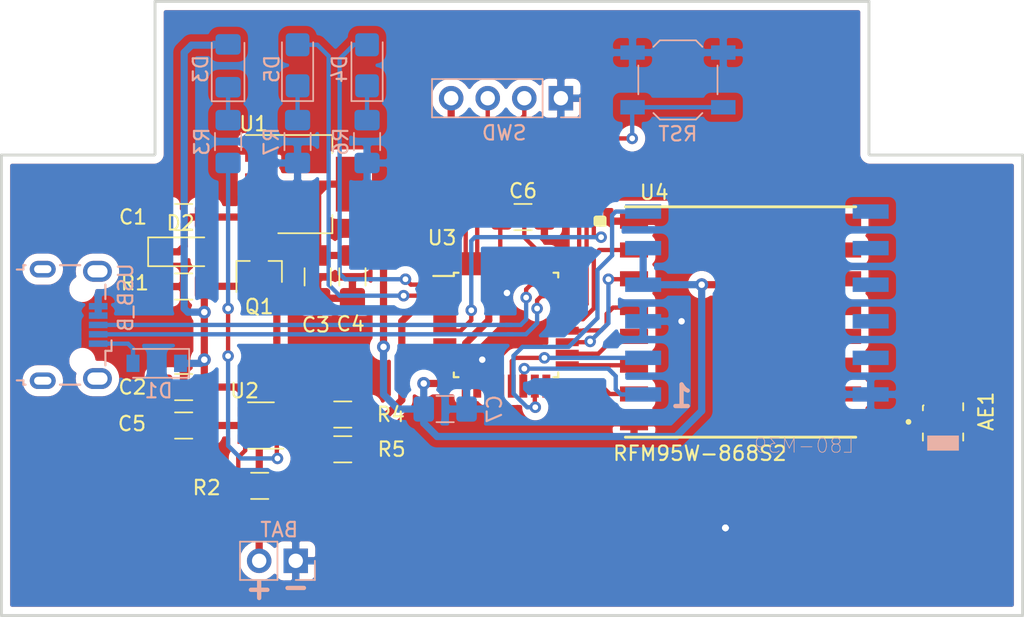
<source format=kicad_pcb>
(kicad_pcb (version 20171130) (host pcbnew "(5.1.0)-1")
  (layers (0 F.Cu signal) (31 B.Cu signal) (34 B.Paste user) (35 F.Paste user) (36 B.SilkS user) (37 F.SilkS user) (38 B.Mask user) (39 F.Mask user) (44 Edge.Cuts user))
  (net 0 "")
  (net 1 GND)
  (net 2 "Net-(AE1-Pad1)")
  (net 3 "Net-(C1-Pad1)")
  (net 4 +5V)
  (net 5 +3V3)
  (net 6 +BATT)
  (net 7 /microcontroller/VDD_CORE)
  (net 8 "Net-(D1-Pad2)")
  (net 9 "Net-(D3-Pad1)")
  (net 10 "Net-(D4-Pad1)")
  (net 11 /microcontroller/LED_1)
  (net 12 /microcontroller/LED_2)
  (net 13 "Net-(D5-Pad1)")
  (net 14 D-)
  (net 15 D+)
  (net 16 /microcontroller/SWCLK)
  (net 17 /microcontroller/SWDIO)
  (net 18 /microcontroller/RX_GPS)
  (net 19 /microcontroller/TX_GPS)
  (net 20 /microcontroller/1PPS)
  (net 21 "Net-(MODULE1-Pad7)")
  (net 22 "Net-(MODULE1-Pad8)")
  (net 23 "Net-(MODULE1-Pad10)")
  (net 24 "Net-(MODULE1-Pad11)")
  (net 25 "Net-(R2-Pad1)")
  (net 26 "Net-(R3-Pad2)")
  (net 27 V_DIV)
  (net 28 /microcontroller/RST_SAMD)
  (net 29 "Net-(U3-Pad4)")
  (net 30 /microcontroller/DIO0)
  (net 31 "Net-(U3-Pad6)")
  (net 32 "Net-(U3-Pad7)")
  (net 33 "Net-(U3-Pad8)")
  (net 34 "Net-(U3-Pad11)")
  (net 35 "Net-(U3-Pad12)")
  (net 36 /microcontroller/DIO5)
  (net 37 /microcontroller/RST_RF)
  (net 38 /microcontroller/NSS)
  (net 39 /microcontroller/MOSI)
  (net 40 /microcontroller/SCK)
  (net 41 /microcontroller/MISO)
  (net 42 /microcontroller/DIO1)
  (net 43 /microcontroller/DIO2)
  (net 44 "Net-(U3-Pad27)")
  (net 45 "Net-(U4-Pad11)")
  (net 46 "Net-(U4-Pad12)")
  (module Package_QFP:TQFP-32_7x7mm_P0.8mm (layer F.Cu) (at 137.922 89.662)
    (fp_text reference U3 (at -4.445 -6.05) (layer F.SilkS))
    (fp_text value ATSAMD21E)
    (pad 1 smd rect (at -4.25 -2.8) (size 1.6 0.55) (layers F.Cu F.Paste F.Mask) (net 11 /microcontroller/LED_1))
    (pad 2 smd rect (at -4.25 -2) (size 1.6 0.55) (layers F.Cu F.Paste F.Mask) (net 12 /microcontroller/LED_2))
    (pad 3 smd rect (at -4.25 -1.2) (size 1.6 0.55) (layers F.Cu F.Paste F.Mask) (net 27 V_DIV))
    (pad 4 smd rect (at -4.25 -0.4) (size 1.6 0.55) (layers F.Cu F.Paste F.Mask) (net 29 "Net-(U3-Pad4)"))
    (pad 5 smd rect (at -4.25 0.4) (size 1.6 0.55) (layers F.Cu F.Paste F.Mask) (net 30 /microcontroller/DIO0))
    (pad 6 smd rect (at -4.25 1.2) (size 1.6 0.55) (layers F.Cu F.Paste F.Mask) (net 31 "Net-(U3-Pad6)"))
    (pad 7 smd rect (at -4.25 2) (size 1.6 0.55) (layers F.Cu F.Paste F.Mask) (net 32 "Net-(U3-Pad7)"))
    (pad 8 smd rect (at -4.25 2.8) (size 1.6 0.55) (layers F.Cu F.Paste F.Mask) (net 33 "Net-(U3-Pad8)"))
    (pad 9 smd rect (at -2.8 4.25 90) (size 1.6 0.55) (layers F.Cu F.Paste F.Mask) (net 5 +3V3))
    (pad 10 smd rect (at -2 4.25 90) (size 1.6 0.55) (layers F.Cu F.Paste F.Mask) (net 1 GND))
    (pad 11 smd rect (at -1.2 4.25 90) (size 1.6 0.55) (layers F.Cu F.Paste F.Mask) (net 34 "Net-(U3-Pad11)"))
    (pad 12 smd rect (at -0.4 4.25 90) (size 1.6 0.55) (layers F.Cu F.Paste F.Mask) (net 35 "Net-(U3-Pad12)"))
    (pad 13 smd rect (at 0.4 4.25 90) (size 1.6 0.55) (layers F.Cu F.Paste F.Mask) (net 19 /microcontroller/TX_GPS))
    (pad 14 smd rect (at 1.2 4.25 90) (size 1.6 0.55) (layers F.Cu F.Paste F.Mask) (net 18 /microcontroller/RX_GPS))
    (pad 15 smd rect (at 2 4.25 90) (size 1.6 0.55) (layers F.Cu F.Paste F.Mask) (net 20 /microcontroller/1PPS))
    (pad 16 smd rect (at 2.8 4.25 90) (size 1.6 0.55) (layers F.Cu F.Paste F.Mask) (net 36 /microcontroller/DIO5))
    (pad 17 smd rect (at 4.25 2.8) (size 1.6 0.55) (layers F.Cu F.Paste F.Mask) (net 37 /microcontroller/RST_RF))
    (pad 18 smd rect (at 4.25 2) (size 1.6 0.55) (layers F.Cu F.Paste F.Mask) (net 38 /microcontroller/NSS))
    (pad 19 smd rect (at 4.25 1.2) (size 1.6 0.55) (layers F.Cu F.Paste F.Mask) (net 39 /microcontroller/MOSI))
    (pad 20 smd rect (at 4.25 0.4) (size 1.6 0.55) (layers F.Cu F.Paste F.Mask) (net 40 /microcontroller/SCK))
    (pad 21 smd rect (at 4.25 -0.4) (size 1.6 0.55) (layers F.Cu F.Paste F.Mask) (net 41 /microcontroller/MISO))
    (pad 22 smd rect (at 4.25 -1.2) (size 1.6 0.55) (layers F.Cu F.Paste F.Mask) (net 42 /microcontroller/DIO1))
    (pad 23 smd rect (at 4.25 -2) (size 1.6 0.55) (layers F.Cu F.Paste F.Mask) (net 14 D-))
    (pad 24 smd rect (at 4.25 -2.8) (size 1.6 0.55) (layers F.Cu F.Paste F.Mask) (net 15 D+))
    (pad 25 smd rect (at 2.8 -4.25 90) (size 1.6 0.55) (layers F.Cu F.Paste F.Mask) (net 43 /microcontroller/DIO2))
    (pad 26 smd rect (at 2 -4.25 90) (size 1.6 0.55) (layers F.Cu F.Paste F.Mask) (net 28 /microcontroller/RST_SAMD))
    (pad 27 smd rect (at 1.2 -4.25 90) (size 1.6 0.55) (layers F.Cu F.Paste F.Mask) (net 44 "Net-(U3-Pad27)"))
    (pad 28 smd rect (at 0.4 -4.25 90) (size 1.6 0.55) (layers F.Cu F.Paste F.Mask) (net 1 GND))
    (pad 29 smd rect (at -0.4 -4.25 90) (size 1.6 0.55) (layers F.Cu F.Paste F.Mask) (net 7 /microcontroller/VDD_CORE))
    (pad 30 smd rect (at -1.2 -4.25 90) (size 1.6 0.55) (layers F.Cu F.Paste F.Mask) (net 5 +3V3))
    (pad 31 smd rect (at -2 -4.25 90) (size 1.6 0.55) (layers F.Cu F.Paste F.Mask) (net 16 /microcontroller/SWCLK))
    (pad 32 smd rect (at -2.8 -4.25 90) (size 1.6 0.55) (layers F.Cu F.Paste F.Mask) (net 17 /microcontroller/SWDIO))
  )
  (module gps_LoRa:MOLEX_1661 (layer F.Cu) (at 168.275 96.393 270)
    (fp_text reference AE1 (at -0.73118 -2.98984 270) (layer F.SilkS))
    (fp_text value Antenna_Shield)
    (pad 3 smd rect (at 1.475 0 270) (size 1.05 2.2) (layers F.Cu F.Paste B.SilkS F.Mask))
    (pad 2 smd rect (at -1.475 0 270) (size 1.05 2.2) (layers F.Cu F.Paste F.Mask) (net 1 GND))
    (pad 1 smd rect (at 0 1.5 270) (size 1 1) (layers F.Cu F.Paste F.Mask) (net 2 "Net-(AE1-Pad1)"))
  )
  (module Capacitor_SMD:C_1206_3216Metric_Pad1.42x1.75mm_HandSolder (layer F.Cu) (at 115.5335 82.169 180)
    (fp_text reference C1 (at 3.5195 0 180) (layer F.SilkS))
    (fp_text value 10uf)
    (pad 1 smd roundrect (at -1.4875 0 180) (size 1.425 1.75) (layers F.Cu F.Paste F.Mask) (roundrect_rratio 0.175439) (net 3 "Net-(C1-Pad1)"))
    (pad 2 smd roundrect (at 1.4875 0 180) (size 1.425 1.75) (layers F.Cu F.Paste F.Mask) (roundrect_rratio 0.175439) (net 1 GND))
  )
  (module Capacitor_SMD:C_1206_3216Metric_Pad1.42x1.75mm_HandSolder (layer F.Cu) (at 115.5335 93.98 180)
    (fp_text reference C2 (at 3.556 0 180) (layer F.SilkS))
    (fp_text value 10uf)
    (pad 1 smd roundrect (at -1.4875 0 180) (size 1.425 1.75) (layers F.Cu F.Paste F.Mask) (roundrect_rratio 0.175439) (net 4 +5V))
    (pad 2 smd roundrect (at 1.4875 0 180) (size 1.425 1.75) (layers F.Cu F.Paste F.Mask) (roundrect_rratio 0.175439) (net 1 GND))
  )
  (module Capacitor_SMD:C_1206_3216Metric_Pad1.42x1.75mm_HandSolder (layer F.Cu) (at 124.841 86.3235 270)
    (fp_text reference C3 (at 3.3385 0.127) (layer F.SilkS))
    (fp_text value 100uf)
    (pad 2 smd roundrect (at 1.4875 0 270) (size 1.425 1.75) (layers F.Cu F.Paste F.Mask) (roundrect_rratio 0.175439) (net 1 GND))
    (pad 1 smd roundrect (at -1.4875 0 270) (size 1.425 1.75) (layers F.Cu F.Paste F.Mask) (roundrect_rratio 0.175439) (net 5 +3V3))
  )
  (module Capacitor_SMD:C_1206_3216Metric_Pad1.42x1.75mm_HandSolder (layer F.Cu) (at 127.254 86.3235 270)
    (fp_text reference C4 (at 3.2655 0.127) (layer F.SilkS))
    (fp_text value 0.1uf)
    (pad 2 smd roundrect (at 1.4875 0 270) (size 1.425 1.75) (layers F.Cu F.Paste F.Mask) (roundrect_rratio 0.175439) (net 1 GND))
    (pad 1 smd roundrect (at -1.4875 0 270) (size 1.425 1.75) (layers F.Cu F.Paste F.Mask) (roundrect_rratio 0.175439) (net 5 +3V3))
  )
  (module Capacitor_SMD:C_1206_3216Metric_Pad1.42x1.75mm_HandSolder (layer F.Cu) (at 115.5335 96.647 180)
    (fp_text reference C5 (at 3.5925 0.127 180) (layer F.SilkS))
    (fp_text value 10uf)
    (pad 1 smd roundrect (at -1.4875 0 180) (size 1.425 1.75) (layers F.Cu F.Paste F.Mask) (roundrect_rratio 0.175439) (net 6 +BATT))
    (pad 2 smd roundrect (at 1.4875 0 180) (size 1.425 1.75) (layers F.Cu F.Paste F.Mask) (roundrect_rratio 0.175439) (net 1 GND))
  )
  (module Capacitor_SMD:C_1206_3216Metric_Pad1.42x1.75mm_HandSolder (layer F.Cu) (at 139.1015 82.169)
    (fp_text reference C6 (at 0 -1.82) (layer F.SilkS))
    (fp_text value 1uf)
    (pad 1 smd roundrect (at -1.4875 0) (size 1.425 1.75) (layers F.Cu F.Paste F.Mask) (roundrect_rratio 0.175439) (net 7 /microcontroller/VDD_CORE))
    (pad 2 smd roundrect (at 1.4875 0) (size 1.425 1.75) (layers F.Cu F.Paste F.Mask) (roundrect_rratio 0.175439) (net 1 GND))
  )
  (module Capacitor_SMD:C_1206_3216Metric_Pad1.42x1.75mm_HandSolder (layer B.Cu) (at 133.6945 95.504)
    (fp_text reference C7 (at 3.429 0 -90) (layer B.SilkS) (effects (justify mirror)))
    (fp_text value 0.1uf)
    (pad 2 smd roundrect (at 1.4875 0) (size 1.425 1.75) (layers B.Cu B.Paste B.Mask) (roundrect_rratio 0.175439) (net 1 GND))
    (pad 1 smd roundrect (at -1.4875 0) (size 1.425 1.75) (layers B.Cu B.Paste B.Mask) (roundrect_rratio 0.175439) (net 5 +3V3))
  )
  (module Diode_SMD:D_SOD-123 (layer B.Cu) (at 113.665 92.329 180)
    (fp_text reference D1 (at -0.127 -1.905 180) (layer B.SilkS) (effects (justify mirror)))
    (fp_text value D_Schottky)
    (pad 1 smd rect (at -1.65 0 180) (size 0.9 1.2) (layers B.Cu B.Paste B.Mask) (net 4 +5V))
    (pad 2 smd rect (at 1.65 0 180) (size 0.9 1.2) (layers B.Cu B.Paste B.Mask) (net 8 "Net-(D1-Pad2)"))
  )
  (module LED_SMD:LED_1206_3216Metric_Pad1.42x1.75mm_HandSolder (layer B.Cu) (at 118.618 71.6645 90)
    (fp_text reference D3 (at -0.2175 -1.905 90) (layer B.SilkS) (effects (justify mirror)))
    (fp_text value LED)
    (pad 1 smd roundrect (at -1.4875 0 90) (size 1.425 1.75) (layers B.Cu B.Paste B.Mask) (roundrect_rratio 0.175439) (net 9 "Net-(D3-Pad1)"))
    (pad 2 smd roundrect (at 1.4875 0 90) (size 1.425 1.75) (layers B.Cu B.Paste B.Mask) (roundrect_rratio 0.175439) (net 4 +5V))
  )
  (module LED_SMD:LED_1206_3216Metric_Castellated (layer B.Cu) (at 128.27 71.628 90)
    (fp_text reference D4 (at -0.254 -1.905 90) (layer B.SilkS) (effects (justify mirror)))
    (fp_text value LED_GREEN)
    (pad 1 smd roundrect (at -1.425 0 90) (size 1.6 1.65) (layers B.Cu B.Paste B.Mask) (roundrect_rratio 0.15625) (net 10 "Net-(D4-Pad1)"))
    (pad 2 smd roundrect (at 1.425 0 90) (size 1.6 1.65) (layers B.Cu B.Paste B.Mask) (roundrect_rratio 0.15625) (net 11 /microcontroller/LED_1))
  )
  (module LED_SMD:LED_1206_3216Metric_Castellated (layer B.Cu) (at 123.444 71.628 90)
    (fp_text reference D5 (at -0.254 -1.778 90) (layer B.SilkS) (effects (justify mirror)))
    (fp_text value LED_RED)
    (pad 2 smd roundrect (at 1.425 0 90) (size 1.6 1.65) (layers B.Cu B.Paste B.Mask) (roundrect_rratio 0.15625) (net 12 /microcontroller/LED_2))
    (pad 1 smd roundrect (at -1.425 0 90) (size 1.6 1.65) (layers B.Cu B.Paste B.Mask) (roundrect_rratio 0.15625) (net 13 "Net-(D5-Pad1)"))
  )
  (module Connector_USB:USB_Micro-B_Wuerth_629105150521 (layer B.Cu) (at 107.696 89.662 90)
    (fp_text reference J1)
    (fp_text value USB_B (at 1.905 3.81 90) (layer B.SilkS) (effects (justify mirror)))
    (pad 1 smd rect (at -1.3 1.9 90) (size 0.45 1.3) (layers B.Cu B.Paste B.Mask) (net 8 "Net-(D1-Pad2)"))
    (pad 2 smd rect (at -0.65 1.9 90) (size 0.45 1.3) (layers B.Cu B.Paste B.Mask) (net 14 D-))
    (pad 3 smd rect (at 0 1.9 90) (size 0.45 1.3) (layers B.Cu B.Paste B.Mask) (net 15 D+))
    (pad 4 smd rect (at 0.65 1.9 90) (size 0.45 1.3) (layers B.Cu B.Paste B.Mask) (net 1 GND))
    (pad 5 smd rect (at 1.3 1.9 90) (size 0.45 1.3) (layers B.Cu B.Paste B.Mask) (net 1 GND))
    (pad 6 thru_hole oval (at -3.725 1.85 90) (size 1.45 2) (drill oval 0.85 1.4) (layers *.Cu *.Mask))
    (pad 6 thru_hole oval (at 3.725 1.85 90) (size 1.45 2) (drill oval 0.85 1.4) (layers *.Cu *.Mask))
    (pad 6 thru_hole oval (at -3.875 -1.95 90) (size 1.15 1.8) (drill oval 0.55 1.2) (layers *.Cu *.Mask))
    (pad 6 thru_hole oval (at 3.875 -1.95 90) (size 1.15 1.8) (drill oval 0.55 1.2) (layers *.Cu *.Mask))
    (pad "" np_thru_hole oval (at -2.5 0.8 90) (size 0.8 0.8) (drill 0.8) (layers *.Cu *.Mask))
    (pad "" np_thru_hole oval (at 2.5 0.8 90) (size 0.8 0.8) (drill 0.8) (layers *.Cu *.Mask))
  )
  (module Connector_PinHeader_2.54mm:PinHeader_1x02_P2.54mm_Vertical (layer B.Cu) (at 123.317 106.045 90)
    (fp_text reference J2)
    (fp_text value BAT (at 2.159 -1.143 180) (layer B.SilkS) (effects (justify mirror)))
    (pad 1 thru_hole rect (at 0 0 90) (size 1.7 1.7) (drill 1) (layers *.Cu *.Mask) (net 1 GND))
    (pad 2 thru_hole oval (at 0 -2.54 90) (size 1.7 1.7) (drill 1) (layers *.Cu *.Mask) (net 6 +BATT))
  )
  (module Connector_PinHeader_2.54mm:PinHeader_1x04_P2.54mm_Vertical (layer B.Cu) (at 141.732 73.914 90)
    (fp_text reference J3)
    (fp_text value SWD (at -2.413 -3.937 180) (layer B.SilkS) (effects (justify mirror)))
    (pad 1 thru_hole rect (at 0 0 90) (size 1.7 1.7) (drill 1) (layers *.Cu *.Mask) (net 1 GND))
    (pad 2 thru_hole oval (at 0 -2.54 90) (size 1.7 1.7) (drill 1) (layers *.Cu *.Mask) (net 16 /microcontroller/SWCLK))
    (pad 3 thru_hole oval (at 0 -5.08 90) (size 1.7 1.7) (drill 1) (layers *.Cu *.Mask) (net 17 /microcontroller/SWDIO))
    (pad 4 thru_hole oval (at 0 -7.62 90) (size 1.7 1.7) (drill 1) (layers *.Cu *.Mask) (net 5 +3V3))
  )
  (module Package_TO_SOT_SMD:SOT-23 (layer F.Cu) (at 120.777 85.979 90)
    (fp_text reference Q1 (at -2.413 0 180) (layer F.SilkS))
    (fp_text value Q_PMOS_GSD)
    (pad 1 smd rect (at -1 -0.95 90) (size 0.9 0.8) (layers F.Cu F.Paste F.Mask) (net 4 +5V))
    (pad 2 smd rect (at -1 0.95 90) (size 0.9 0.8) (layers F.Cu F.Paste F.Mask) (net 6 +BATT))
    (pad 3 smd rect (at 1 0 90) (size 0.9 0.8) (layers F.Cu F.Paste F.Mask) (net 3 "Net-(C1-Pad1)"))
  )
  (module Resistor_SMD:R_1206_3216Metric_Pad1.42x1.75mm_HandSolder (layer F.Cu) (at 115.5335 86.995 180)
    (fp_text reference R1 (at 3.3925 0.254 180) (layer F.SilkS))
    (fp_text value 47k)
    (pad 1 smd roundrect (at -1.4875 0 180) (size 1.425 1.75) (layers F.Cu F.Paste F.Mask) (roundrect_rratio 0.175439) (net 4 +5V))
    (pad 2 smd roundrect (at 1.4875 0 180) (size 1.425 1.75) (layers F.Cu F.Paste F.Mask) (roundrect_rratio 0.175439) (net 1 GND))
  )
  (module Resistor_SMD:R_1206_3216Metric_Pad1.42x1.75mm_HandSolder (layer F.Cu) (at 120.8135 100.838)
    (fp_text reference R2 (at -3.683 0.127) (layer F.SilkS))
    (fp_text value 2k)
    (pad 2 smd roundrect (at 1.4875 0) (size 1.425 1.75) (layers F.Cu F.Paste F.Mask) (roundrect_rratio 0.175439) (net 1 GND))
    (pad 1 smd roundrect (at -1.4875 0) (size 1.425 1.75) (layers F.Cu F.Paste F.Mask) (roundrect_rratio 0.175439) (net 25 "Net-(R2-Pad1)"))
  )
  (module Resistor_SMD:R_1206_3216Metric_Pad1.42x1.75mm_HandSolder (layer B.Cu) (at 118.618 76.9255 270)
    (fp_text reference R3 (at 0 1.82 270) (layer B.SilkS) (effects (justify mirror)))
    (fp_text value 330)
    (pad 1 smd roundrect (at -1.4875 0 270) (size 1.425 1.75) (layers B.Cu B.Paste B.Mask) (roundrect_rratio 0.175439) (net 9 "Net-(D3-Pad1)"))
    (pad 2 smd roundrect (at 1.4875 0 270) (size 1.425 1.75) (layers B.Cu B.Paste B.Mask) (roundrect_rratio 0.175439) (net 26 "Net-(R3-Pad2)"))
  )
  (module Resistor_SMD:R_1206_3216Metric_Pad1.42x1.75mm_HandSolder (layer F.Cu) (at 126.5825 95.885)
    (fp_text reference R4 (at 3.3385 0) (layer F.SilkS))
    (fp_text value 100k)
    (pad 2 smd roundrect (at 1.4875 0) (size 1.425 1.75) (layers F.Cu F.Paste F.Mask) (roundrect_rratio 0.175439) (net 27 V_DIV))
    (pad 1 smd roundrect (at -1.4875 0) (size 1.425 1.75) (layers F.Cu F.Paste F.Mask) (roundrect_rratio 0.175439) (net 6 +BATT))
  )
  (module Resistor_SMD:R_1206_3216Metric_Pad1.42x1.75mm_HandSolder (layer F.Cu) (at 126.5825 98.298 180)
    (fp_text reference R5 (at -3.3925 0 180) (layer F.SilkS))
    (fp_text value 100k)
    (pad 1 smd roundrect (at -1.4875 0 180) (size 1.425 1.75) (layers F.Cu F.Paste F.Mask) (roundrect_rratio 0.175439) (net 27 V_DIV))
    (pad 2 smd roundrect (at 1.4875 0 180) (size 1.425 1.75) (layers F.Cu F.Paste F.Mask) (roundrect_rratio 0.175439) (net 1 GND))
  )
  (module Resistor_SMD:R_1206_3216Metric_Pad1.42x1.75mm_HandSolder (layer B.Cu) (at 128.27 76.9255 270)
    (fp_text reference R6 (at 0 1.82 270) (layer B.SilkS) (effects (justify mirror)))
    (fp_text value 330)
    (pad 1 smd roundrect (at -1.4875 0 270) (size 1.425 1.75) (layers B.Cu B.Paste B.Mask) (roundrect_rratio 0.175439) (net 10 "Net-(D4-Pad1)"))
    (pad 2 smd roundrect (at 1.4875 0 270) (size 1.425 1.75) (layers B.Cu B.Paste B.Mask) (roundrect_rratio 0.175439) (net 1 GND))
  )
  (module Resistor_SMD:R_1206_3216Metric_Pad1.42x1.75mm_HandSolder (layer B.Cu) (at 123.444 76.9255 270)
    (fp_text reference R7 (at 0 1.82 270) (layer B.SilkS) (effects (justify mirror)))
    (fp_text value 330)
    (pad 2 smd roundrect (at 1.4875 0 270) (size 1.425 1.75) (layers B.Cu B.Paste B.Mask) (roundrect_rratio 0.175439) (net 1 GND))
    (pad 1 smd roundrect (at -1.4875 0 270) (size 1.425 1.75) (layers B.Cu B.Paste B.Mask) (roundrect_rratio 0.175439) (net 13 "Net-(D5-Pad1)"))
  )
  (module Button_Switch_SMD:SW_SPST_TL3342 (layer B.Cu) (at 149.86 72.644 180)
    (fp_text reference SW1)
    (fp_text value RST (at 0 -3.75 180) (layer B.SilkS) (effects (justify mirror)))
    (pad 1 smd rect (at -3.15 1.9 180) (size 1.7 1) (layers B.Cu B.Paste B.Mask) (net 1 GND))
    (pad 1 smd rect (at 3.15 1.9 180) (size 1.7 1) (layers B.Cu B.Paste B.Mask) (net 1 GND))
    (pad 2 smd rect (at -3.15 -1.9 180) (size 1.7 1) (layers B.Cu B.Paste B.Mask) (net 28 /microcontroller/RST_SAMD))
    (pad 2 smd rect (at 3.15 -1.9 180) (size 1.7 1) (layers B.Cu B.Paste B.Mask) (net 28 /microcontroller/RST_SAMD))
  )
  (module Package_TO_SOT_SMD:SOT-23-5 (layer F.Cu) (at 120.904 96.647 180)
    (fp_text reference U2 (at 1.143 2.413 180) (layer F.SilkS))
    (fp_text value MCP73831-3-OT)
    (pad 1 smd rect (at -1.1 -0.95 180) (size 1.06 0.65) (layers F.Cu F.Paste F.Mask) (net 26 "Net-(R3-Pad2)"))
    (pad 2 smd rect (at -1.1 0 180) (size 1.06 0.65) (layers F.Cu F.Paste F.Mask) (net 1 GND))
    (pad 3 smd rect (at -1.1 0.95 180) (size 1.06 0.65) (layers F.Cu F.Paste F.Mask) (net 6 +BATT))
    (pad 4 smd rect (at 1.1 0.95 180) (size 1.06 0.65) (layers F.Cu F.Paste F.Mask) (net 4 +5V))
    (pad 5 smd rect (at 1.1 -0.95 180) (size 1.06 0.65) (layers F.Cu F.Paste F.Mask) (net 25 "Net-(R2-Pad1)"))
  )
  (module gps_LoRa:RFM95W (layer F.Cu) (at 154.212 89.456)
    (fp_text reference U4 (at -6 -9) (layer F.SilkS))
    (fp_text value RFM95W-868S2 (at -2.828 9.128) (layer F.SilkS))
    (pad 1 smd rect (at -7.4 -7) (size 1.95 1.05) (layers F.Cu F.Paste F.Mask) (net 1 GND))
    (pad 2 smd rect (at -7.4 -5) (size 1.95 1.05) (layers F.Cu F.Paste F.Mask) (net 41 /microcontroller/MISO))
    (pad 3 smd rect (at -7.4 -3) (size 1.95 1.05) (layers F.Cu F.Paste F.Mask) (net 39 /microcontroller/MOSI))
    (pad 4 smd rect (at -7.4 -1) (size 1.95 1.05) (layers F.Cu F.Paste F.Mask) (net 40 /microcontroller/SCK))
    (pad 5 smd rect (at -7.4 1) (size 1.95 1.05) (layers F.Cu F.Paste F.Mask) (net 38 /microcontroller/NSS))
    (pad 6 smd rect (at -7.4 3) (size 1.95 1.05) (layers F.Cu F.Paste F.Mask) (net 37 /microcontroller/RST_RF))
    (pad 7 smd rect (at -7.4 5) (size 1.95 1.05) (layers F.Cu F.Paste F.Mask) (net 36 /microcontroller/DIO5))
    (pad 8 smd rect (at -7.4 7) (size 1.95 1.05) (layers F.Cu F.Paste F.Mask) (net 1 GND))
    (pad 9 smd rect (at 7.4 7 180) (size 1.95 1.05) (layers F.Cu F.Paste F.Mask) (net 2 "Net-(AE1-Pad1)"))
    (pad 10 smd rect (at 7.4 5 180) (size 1.95 1.05) (layers F.Cu F.Paste F.Mask) (net 1 GND))
    (pad 11 smd rect (at 7.4 3 180) (size 1.95 1.05) (layers F.Cu F.Paste F.Mask) (net 45 "Net-(U4-Pad11)"))
    (pad 12 smd rect (at 7.4 1 180) (size 1.95 1.05) (layers F.Cu F.Paste F.Mask) (net 46 "Net-(U4-Pad12)"))
    (pad 13 smd rect (at 7.4 -1 180) (size 1.95 1.05) (layers F.Cu F.Paste F.Mask) (net 5 +3V3))
    (pad 14 smd rect (at 7.4 -3 180) (size 1.95 1.05) (layers F.Cu F.Paste F.Mask) (net 30 /microcontroller/DIO0))
    (pad 15 smd rect (at 7.4 -5 180) (size 1.95 1.05) (layers F.Cu F.Paste F.Mask) (net 42 /microcontroller/DIO1))
    (pad 16 smd rect (at 7.4 -7 180) (size 1.95 1.05) (layers F.Cu F.Paste F.Mask) (net 43 /microcontroller/DIO2))
  )
  (module Package_TO_SOT_SMD:SOT-223-3_TabPin2 (layer F.Cu) (at 123.952 79.883)
    (fp_text reference U1 (at -3.556 -4.191) (layer F.SilkS))
    (fp_text value AP2114-3.3)
    (pad 2 smd rect (at 3.15 0) (size 2 3.8) (layers F.Cu F.Paste F.Mask) (net 5 +3V3))
    (pad 2 smd rect (at -3.15 0) (size 2 1.5) (layers F.Cu F.Paste F.Mask) (net 5 +3V3))
    (pad 3 smd rect (at -3.15 2.3) (size 2 1.5) (layers F.Cu F.Paste F.Mask) (net 3 "Net-(C1-Pad1)"))
    (pad 1 smd rect (at -3.15 -2.3) (size 2 1.5) (layers F.Cu F.Paste F.Mask) (net 1 GND))
  )
  (module QUECTEL_L80-M39 (layer B.Cu) (at 155.347 88.988 180)
    (fp_text reference MODULE1)
    (fp_text value L80-M39 (at -3.276 -9.056 180) (layer B.SilkS) (effects (font (thickness 0.05)) (justify mirror)))
    (pad 1 smd rect (at 7.9 -5.5 180) (size 2.5 1) (layers B.Cu B.Paste B.Mask) (net 18 /microcontroller/RX_GPS))
    (pad 2 smd rect (at 7.9 -2.96 180) (size 2.5 1) (layers B.Cu B.Paste B.Mask) (net 19 /microcontroller/TX_GPS))
    (pad 3 smd rect (at 7.9 -0.42 180) (size 2.5 1) (layers B.Cu B.Paste B.Mask) (net 1 GND))
    (pad 4 smd rect (at 7.9 2.12 180) (size 2.5 1) (layers B.Cu B.Paste B.Mask) (net 5 +3V3))
    (pad 5 smd rect (at 7.9 4.66 180) (size 2.5 1) (layers B.Cu B.Paste B.Mask) (net 5 +3V3))
    (pad 6 smd rect (at 7.9 7.2 180) (size 2.5 1) (layers B.Cu B.Paste B.Mask) (net 20 /microcontroller/1PPS))
    (pad 7 smd rect (at -7.9 7.2) (size 2.5 1) (layers B.Cu B.Paste B.Mask) (net 21 "Net-(MODULE1-Pad7)"))
    (pad 8 smd rect (at -7.9 4.66) (size 2.5 1) (layers B.Cu B.Paste B.Mask) (net 22 "Net-(MODULE1-Pad8)"))
    (pad 9 smd rect (at -7.9 2.12) (size 2.5 1) (layers B.Cu B.Paste B.Mask))
    (pad 10 smd rect (at -7.9 -0.42) (size 2.5 1) (layers B.Cu B.Paste B.Mask) (net 23 "Net-(MODULE1-Pad10)"))
    (pad 11 smd rect (at -7.9 -2.96) (size 2.5 1) (layers B.Cu B.Paste B.Mask) (net 24 "Net-(MODULE1-Pad11)"))
    (pad 12 smd rect (at -7.9 -5.5) (size 2.5 1) (layers B.Cu B.Paste B.Mask) (net 1 GND))
  )
  (module Diode_SMD:D_SOD-123 (layer F.Cu) (at 115.316 84.582)
    (fp_text reference D2 (at 0 -2) (layer F.SilkS))
    (fp_text value D_Schottky)
    (pad 1 smd rect (at -1.65 0) (size 0.9 1.2) (layers F.Cu F.Paste F.Mask) (net 3 "Net-(C1-Pad1)"))
    (pad 2 smd rect (at 1.65 0) (size 0.9 1.2) (layers F.Cu F.Paste F.Mask) (net 4 +5V))
  )
  (gr_text 1 (at 150.114 94.615) (layer B.SilkS) (effects (font (size 1.5 1.5) (thickness 0.3)) (justify mirror)))
  (gr_text + (at 120.777 107.95) (layer B.SilkS) (effects (font (size 1.5 1.5) (thickness 0.3)) (justify mirror)))
  (gr_text - (at 123.317 107.823) (layer B.SilkS) (effects (font (size 1.5 1.5) (thickness 0.3)) (justify mirror)))
  (gr_line (start 163.173 77.8452) (end 163.158 77.8328) (layer Edge.Cuts) (width 0.2))
  (gr_line (start 173.797 109.8435) (end 173.797 77.8617) (layer Edge.Cuts) (width 0.2))
  (gr_line (start 113.501 77.8452) (end 113.483 77.8545) (layer Edge.Cuts) (width 0.2))
  (gr_line (start 113.445 77.8622) (end 113.44 77.8617) (layer Edge.Cuts) (width 0.2))
  (gr_line (start 163.158 77.8328) (end 163.145 77.8175) (layer Edge.Cuts) (width 0.2))
  (gr_line (start 163.209 77.8603) (end 163.191 77.8545) (layer Edge.Cuts) (width 0.2))
  (gr_line (start 163.229 77.8622) (end 163.209 77.8603) (layer Edge.Cuts) (width 0.2))
  (gr_line (start 113.45 77.8617) (end 113.445 77.8622) (layer Edge.Cuts) (width 0.2))
  (gr_line (start 113.465 77.8603) (end 113.45 77.8617) (layer Edge.Cuts) (width 0.2))
  (gr_line (start 113.529 77.8175) (end 113.516 77.8328) (layer Edge.Cuts) (width 0.2))
  (gr_line (start 113.538 77.8002) (end 113.529 77.8175) (layer Edge.Cuts) (width 0.2))
  (gr_line (start 113.544 77.7813) (end 113.538 77.8002) (layer Edge.Cuts) (width 0.2))
  (gr_line (start 163.145 77.8175) (end 163.136 77.8002) (layer Edge.Cuts) (width 0.2))
  (gr_line (start 163.129 67.1937) (end 113.545 67.1937) (layer Edge.Cuts) (width 0.2))
  (gr_line (start 102.877 109.8435) (end 173.797 109.8435) (layer Edge.Cuts) (width 0.2))
  (gr_line (start 102.877 77.8617) (end 102.877 109.8435) (layer Edge.Cuts) (width 0.2))
  (gr_line (start 173.797 77.8617) (end 163.234 77.8617) (layer Edge.Cuts) (width 0.2))
  (gr_line (start 113.516 77.8328) (end 113.501 77.8452) (layer Edge.Cuts) (width 0.2))
  (gr_line (start 163.191 77.8545) (end 163.173 77.8452) (layer Edge.Cuts) (width 0.2))
  (gr_line (start 163.234 77.8617) (end 163.229 77.8622) (layer Edge.Cuts) (width 0.2))
  (gr_line (start 163.136 77.8002) (end 163.13 77.7813) (layer Edge.Cuts) (width 0.2))
  (gr_line (start 113.483 77.8545) (end 113.465 77.8603) (layer Edge.Cuts) (width 0.2))
  (gr_line (start 163.129 77.7568) (end 163.129 67.1937) (layer Edge.Cuts) (width 0.2))
  (gr_line (start 163.13 77.7813) (end 163.129 77.7617) (layer Edge.Cuts) (width 0.2))
  (gr_line (start 163.129 77.7617) (end 163.129 77.7568) (layer Edge.Cuts) (width 0.2))
  (gr_line (start 113.44 77.8617) (end 102.877 77.8617) (layer Edge.Cuts) (width 0.2))
  (gr_line (start 113.545 77.7617) (end 113.544 77.7813) (layer Edge.Cuts) (width 0.2))
  (gr_line (start 113.545 77.7568) (end 113.545 77.7617) (layer Edge.Cuts) (width 0.2))
  (gr_line (start 113.545 67.1937) (end 113.545 77.7568) (layer Edge.Cuts) (width 0.2))
  (segment (start 123.034 96.647) (end 123.444 97.057) (width 0.5) (layer F.Cu) (net 1))
  (segment (start 122.004 96.647) (end 123.034 96.647) (width 0.5) (layer F.Cu) (net 1))
  (segment (start 123.444 97.057) (end 123.444 97.79) (width 0.5) (layer F.Cu) (net 1))
  (segment (start 123.952 98.298) (end 125.095 98.298) (width 0.5) (layer F.Cu) (net 1))
  (segment (start 123.444 97.79) (end 123.952 98.298) (width 0.5) (layer F.Cu) (net 1))
  (segment (start 109.596 88.362) (end 109.596 88.986999) (width 0.5) (layer B.Cu) (net 1))
  (via (at 136.271 92.075) (size 0.9) (drill 0.45) (layers F.Cu B.Cu) (net 1))
  (segment (start 135.922 93.912) (end 135.922 92.424) (width 0.5) (layer F.Cu) (net 1))
  (segment (start 135.922 92.424) (end 136.271 92.075) (width 0.5) (layer F.Cu) (net 1))
  (segment (start 148.287 82.456) (end 148.32 82.423) (width 0.5) (layer F.Cu) (net 1))
  (segment (start 146.812 82.456) (end 148.287 82.456) (width 0.5) (layer F.Cu) (net 1))
  (segment (start 148.32 82.423) (end 149.733 82.423) (width 0.5) (layer F.Cu) (net 1))
  (segment (start 138.247001 86.161999) (end 138.247001 87.177999) (width 0.5) (layer F.Cu) (net 1))
  (segment (start 138.322 85.412) (end 138.322 86.087) (width 0.5) (layer F.Cu) (net 1))
  (segment (start 138.322 86.087) (end 138.247001 86.161999) (width 0.5) (layer F.Cu) (net 1))
  (segment (start 138.247001 87.177999) (end 137.9855 87.4395) (width 0.5) (layer F.Cu) (net 1))
  (segment (start 137.9855 87.4395) (end 137.922 87.503) (width 0.5) (layer F.Cu) (net 1))
  (via (at 137.9855 87.4395) (size 0.9) (drill 0.45) (layers F.Cu B.Cu) (net 1))
  (segment (start 146.812 82.456) (end 151.925 82.456) (width 0.5) (layer F.Cu) (net 1))
  (segment (start 151.925 82.456) (end 152.019 82.55) (width 0.5) (layer F.Cu) (net 1))
  (via (at 150.114 89.408) (size 0.9) (drill 0.45) (layers F.Cu B.Cu) (net 1))
  (segment (start 147.447 89.408) (end 150.114 89.408) (width 0.5) (layer B.Cu) (net 1))
  (via (at 153.162 103.759) (size 0.9) (drill 0.45) (layers F.Cu B.Cu) (net 1))
  (via (at 153.162 103.759) (size 0.9) (drill 0.45) (layers F.Cu B.Cu) (net 1))
  (via (at 153.162 103.759) (size 0.9) (drill 0.45) (layers F.Cu B.Cu) (net 1))
  (via (at 153.162 103.759) (size 0.9) (drill 0.45) (layers F.Cu B.Cu) (net 1))
  (via (at 153.162 103.759) (size 0.9) (drill 0.45) (layers F.Cu B.Cu) (net 1))
  (via (at 153.162 103.759) (size 0.9) (drill 0.45) (layers F.Cu B.Cu) (net 1))
  (via (at 153.162 103.759) (size 0.9) (drill 0.45) (layers F.Cu B.Cu) (net 1))
  (via (at 153.162 103.759) (size 0.9) (drill 0.45) (layers F.Cu B.Cu) (net 1))
  (via (at 153.162 103.759) (size 0.9) (drill 0.45) (layers F.Cu B.Cu) (net 1))
  (via (at 153.162 103.759) (size 0.9) (drill 0.45) (layers F.Cu B.Cu) (net 1))
  (via (at 153.162 103.759) (size 0.9) (drill 0.45) (layers F.Cu B.Cu) (net 1))
  (via (at 153.162 103.759) (size 0.9) (drill 0.45) (layers F.Cu B.Cu) (net 1))
  (via (at 153.162 103.759) (size 0.9) (drill 0.45) (layers F.Cu B.Cu) (net 1))
  (via (at 153.162 103.759) (size 0.9) (drill 0.45) (layers F.Cu B.Cu) (net 1))
  (via (at 153.162 103.759) (size 0.9) (drill 0.45) (layers F.Cu B.Cu) (net 1))
  (segment (start 166.712 96.456) (end 166.775 96.393) (width 0.3) (layer F.Cu) (net 2))
  (segment (start 161.612 96.456) (end 166.712 96.456) (width 0.5) (layer F.Cu) (net 2))
  (segment (start 120.788 82.169) (end 120.802 82.183) (width 0.5) (layer F.Cu) (net 3))
  (segment (start 120.777 82.208) (end 120.802 82.183) (width 0.5) (layer F.Cu) (net 3))
  (segment (start 120.777 84.979) (end 120.777 82.208) (width 0.5) (layer F.Cu) (net 3))
  (segment (start 119.738 95.758) (end 119.804 95.824) (width 0.5) (layer F.Cu) (net 4))
  (segment (start 119.804 94.531) (end 119.804 95.697) (width 0.5) (layer F.Cu) (net 4))
  (segment (start 117.021 93.98) (end 119.253 93.98) (width 0.5) (layer F.Cu) (net 4))
  (segment (start 119.253 93.98) (end 119.804 94.531) (width 0.5) (layer F.Cu) (net 4))
  (via (at 116.967 92.075) (size 0.9) (drill 0.45) (layers F.Cu B.Cu) (net 4))
  (segment (start 115.315 92.329) (end 116.713 92.329) (width 0.5) (layer B.Cu) (net 4))
  (segment (start 116.713 92.329) (end 116.967 92.075) (width 0.5) (layer B.Cu) (net 4))
  (segment (start 116.967 93.926) (end 117.021 93.98) (width 0.5) (layer F.Cu) (net 4))
  (segment (start 116.967 92.075) (end 116.967 93.926) (width 0.5) (layer F.Cu) (net 4))
  (segment (start 116.967 87.049) (end 117.021 86.995) (width 0.5) (layer F.Cu) (net 4))
  (segment (start 117.037 86.979) (end 117.021 86.995) (width 0.5) (layer F.Cu) (net 4))
  (segment (start 119.827 86.979) (end 117.037 86.979) (width 0.5) (layer F.Cu) (net 4))
  (segment (start 117.643 70.177) (end 117.589 70.231) (width 0.5) (layer B.Cu) (net 4))
  (segment (start 118.618 70.177) (end 117.643 70.177) (width 0.5) (layer B.Cu) (net 4))
  (segment (start 117.589 70.231) (end 116.078 70.231) (width 0.5) (layer B.Cu) (net 4))
  (segment (start 116.078 70.231) (end 115.57 70.739) (width 0.5) (layer B.Cu) (net 4))
  (segment (start 115.57 70.739) (end 115.57 88.519) (width 0.5) (layer B.Cu) (net 4))
  (via (at 116.967 88.773) (size 0.9) (drill 0.45) (layers F.Cu B.Cu) (net 4))
  (segment (start 115.824 88.773) (end 116.967 88.773) (width 0.5) (layer B.Cu) (net 4))
  (segment (start 115.57 88.519) (end 115.824 88.773) (width 0.5) (layer B.Cu) (net 4))
  (segment (start 116.967 92.075) (end 116.967 88.773) (width 0.5) (layer F.Cu) (net 4))
  (segment (start 116.967 88.773) (end 116.967 87.049) (width 0.5) (layer F.Cu) (net 4))
  (segment (start 117.021 82.169) (end 120.788 82.169) (width 0.5) (layer F.Cu) (net 3))
  (segment (start 117.021 84.655) (end 117.094 84.582) (width 0.5) (layer F.Cu) (net 4))
  (segment (start 117.021 86.995) (end 117.021 84.655) (width 0.5) (layer F.Cu) (net 4))
  (segment (start 116.078 82.169) (end 117.021 82.169) (width 0.5) (layer F.Cu) (net 3))
  (segment (start 113.794 84.582) (end 115.189 84.582) (width 0.5) (layer F.Cu) (net 3))
  (segment (start 115.57 82.677) (end 116.078 82.169) (width 0.5) (layer F.Cu) (net 3))
  (segment (start 115.189 84.582) (end 115.57 84.201) (width 0.5) (layer F.Cu) (net 3))
  (segment (start 115.57 84.201) (end 115.57 82.677) (width 0.5) (layer F.Cu) (net 3))
  (segment (start 120.802 79.883) (end 122.302 79.883) (width 0.5) (layer F.Cu) (net 5))
  (segment (start 124.841 84.836) (end 124.841 84.0235) (width 0.5) (layer F.Cu) (net 5))
  (segment (start 124.841 84.836) (end 127.254 84.836) (width 0.5) (layer F.Cu) (net 5))
  (segment (start 124.333 79.883) (end 124.841 80.391) (width 0.5) (layer F.Cu) (net 5))
  (segment (start 124.841 80.391) (end 124.841 79.883) (width 0.5) (layer F.Cu) (net 5))
  (segment (start 124.841 84.0235) (end 124.841 80.391) (width 0.5) (layer F.Cu) (net 5))
  (segment (start 124.333 79.883) (end 124.841 79.883) (width 0.5) (layer F.Cu) (net 5))
  (segment (start 122.302 79.883) (end 124.333 79.883) (width 0.5) (layer F.Cu) (net 5))
  (segment (start 124.968 80.391) (end 125.476 79.883) (width 0.5) (layer F.Cu) (net 5))
  (segment (start 124.841 80.391) (end 124.968 80.391) (width 0.5) (layer F.Cu) (net 5))
  (segment (start 124.841 79.883) (end 125.476 79.883) (width 0.5) (layer F.Cu) (net 5))
  (segment (start 125.476 79.883) (end 127.102 79.883) (width 0.5) (layer F.Cu) (net 5))
  (segment (start 147.447 86.868) (end 147.447 84.328) (width 0.5) (layer B.Cu) (net 5))
  (segment (start 128.905 84.836) (end 129.413 85.344) (width 0.5) (layer F.Cu) (net 5))
  (segment (start 147.447 86.868) (end 149.86 86.868) (width 0.5) (layer B.Cu) (net 5))
  (segment (start 136.722 85.412) (end 136.722 89.338) (width 0.5) (layer F.Cu) (net 5))
  (segment (start 135.122 90.938) (end 135.122 93.912) (width 0.5) (layer F.Cu) (net 5))
  (segment (start 136.722 89.338) (end 135.122 90.938) (width 0.5) (layer F.Cu) (net 5))
  (segment (start 129.413 85.344) (end 129.413 85.852) (width 0.5) (layer F.Cu) (net 5))
  (segment (start 128.905 84.836) (end 129.032 84.836) (width 0.5) (layer F.Cu) (net 5))
  (segment (start 129.413 85.852) (end 129.413 88.392) (width 0.5) (layer F.Cu) (net 5))
  (segment (start 129.413 88.392) (end 129.413 91.186) (width 0.5) (layer F.Cu) (net 5))
  (via (at 129.413 91.186) (size 0.9) (drill 0.45) (layers F.Cu B.Cu) (net 5))
  (segment (start 128.524 84.836) (end 128.905 84.836) (width 0.5) (layer F.Cu) (net 5))
  (segment (start 127.254 84.836) (end 128.524 84.836) (width 0.5) (layer F.Cu) (net 5))
  (segment (start 134.112 83.185) (end 134.112 73.914) (width 0.5) (layer F.Cu) (net 5))
  (segment (start 132.461 84.836) (end 134.112 83.185) (width 0.5) (layer F.Cu) (net 5))
  (segment (start 128.524 84.836) (end 130.175 84.836) (width 0.5) (layer F.Cu) (net 5))
  (segment (start 130.175 84.836) (end 132.461 84.836) (width 0.5) (layer F.Cu) (net 5))
  (segment (start 129.921 84.836) (end 129.413 85.344) (width 0.5) (layer F.Cu) (net 5))
  (segment (start 130.175 84.836) (end 129.921 84.836) (width 0.5) (layer F.Cu) (net 5))
  (segment (start 129.413 91.186) (end 129.413 94.488) (width 0.5) (layer B.Cu) (net 5))
  (segment (start 130.429 95.504) (end 132.207 95.504) (width 0.5) (layer B.Cu) (net 5))
  (segment (start 129.413 94.488) (end 130.429 95.504) (width 0.5) (layer B.Cu) (net 5))
  (via (at 132.207 93.726) (size 0.9) (drill 0.45) (layers F.Cu B.Cu) (net 5))
  (segment (start 132.207 95.504) (end 132.207 93.726) (width 0.5) (layer B.Cu) (net 5))
  (segment (start 134.936 93.726) (end 135.122 93.912) (width 0.5) (layer F.Cu) (net 5))
  (segment (start 132.207 93.726) (end 134.936 93.726) (width 0.5) (layer F.Cu) (net 5))
  (segment (start 132.207 96.479) (end 133.137 97.409) (width 0.5) (layer B.Cu) (net 5))
  (segment (start 132.207 95.504) (end 132.207 96.479) (width 0.5) (layer B.Cu) (net 5))
  (segment (start 133.137 97.409) (end 149.733 97.409) (width 0.5) (layer B.Cu) (net 5))
  (segment (start 149.733 97.409) (end 151.511 95.631) (width 0.5) (layer B.Cu) (net 5))
  (segment (start 151.511 95.631) (end 151.511 86.868) (width 0.5) (layer B.Cu) (net 5))
  (segment (start 149.86 86.868) (end 151.511 86.868) (width 0.5) (layer B.Cu) (net 5))
  (via (at 151.511 86.868) (size 0.9) (drill 0.45) (layers F.Cu B.Cu) (net 5))
  (segment (start 158.241 86.868) (end 159.829 88.456) (width 0.5) (layer F.Cu) (net 5))
  (segment (start 151.511 86.868) (end 158.241 86.868) (width 0.5) (layer F.Cu) (net 5))
  (segment (start 161.612 88.456) (end 159.829 88.456) (width 0.5) (layer F.Cu) (net 5))
  (segment (start 124.907 95.697) (end 125.095 95.885) (width 0.5) (layer F.Cu) (net 6))
  (segment (start 122.004 95.697) (end 124.907 95.697) (width 0.5) (layer F.Cu) (net 6))
  (segment (start 120.974 95.697) (end 122.004 95.697) (width 0.5) (layer F.Cu) (net 6))
  (segment (start 120.784001 95.886999) (end 120.974 95.697) (width 0.5) (layer F.Cu) (net 6))
  (segment (start 120.777 101.187968) (end 120.777 106.045) (width 0.5) (layer F.Cu) (net 6))
  (segment (start 120.784001 101.180967) (end 120.777 101.187968) (width 0.5) (layer F.Cu) (net 6))
  (segment (start 120.65 96.647) (end 120.784001 96.781001) (width 0.5) (layer F.Cu) (net 6))
  (segment (start 120.396 96.647) (end 120.784001 96.258999) (width 0.5) (layer F.Cu) (net 6))
  (segment (start 120.784001 96.258999) (end 120.784001 95.886999) (width 0.5) (layer F.Cu) (net 6))
  (segment (start 120.784001 96.781001) (end 120.784001 96.258999) (width 0.5) (layer F.Cu) (net 6))
  (segment (start 120.269 96.647) (end 120.65 96.647) (width 0.5) (layer F.Cu) (net 6))
  (segment (start 117.021 96.647) (end 120.269 96.647) (width 0.5) (layer F.Cu) (net 6))
  (segment (start 120.396 96.647) (end 120.784001 97.035001) (width 0.5) (layer F.Cu) (net 6))
  (segment (start 120.269 96.647) (end 120.396 96.647) (width 0.5) (layer F.Cu) (net 6))
  (segment (start 120.784001 101.180967) (end 120.784001 97.035001) (width 0.5) (layer F.Cu) (net 6))
  (segment (start 120.784001 97.035001) (end 120.784001 96.781001) (width 0.5) (layer F.Cu) (net 6))
  (segment (start 122.004 88.206) (end 122.004 90.635) (width 0.5) (layer F.Cu) (net 6))
  (segment (start 121.727 87.929) (end 122.004 88.206) (width 0.5) (layer F.Cu) (net 6))
  (segment (start 121.727 86.979) (end 121.727 87.929) (width 0.5) (layer F.Cu) (net 6))
  (segment (start 122.004 95.697) (end 122.004 90.635) (width 0.5) (layer F.Cu) (net 6))
  (segment (start 137.522 82.261) (end 137.614 82.169) (width 0.3) (layer F.Cu) (net 7))
  (segment (start 137.522 85.412) (end 137.522 82.261) (width 0.3) (layer F.Cu) (net 7))
  (segment (start 109.596 90.962) (end 111.663 90.962) (width 0.3) (layer B.Cu) (net 8))
  (segment (start 112.015 91.314) (end 112.015 92.329) (width 0.3) (layer B.Cu) (net 8))
  (segment (start 111.663 90.962) (end 112.015 91.314) (width 0.3) (layer B.Cu) (net 8))
  (segment (start 118.618 73.152) (end 118.618 75.438) (width 0.3) (layer B.Cu) (net 9))
  (segment (start 128.27 75.438) (end 128.27 73.053) (width 0.3) (layer B.Cu) (net 10))
  (via (at 130.937 86.487) (size 0.8) (drill 0.4) (layers F.Cu B.Cu) (net 11))
  (segment (start 133.672 86.862) (end 131.312 86.862) (width 0.3) (layer F.Cu) (net 11))
  (segment (start 131.312 86.862) (end 130.937 86.487) (width 0.3) (layer F.Cu) (net 11))
  (segment (start 127.345 70.203) (end 126.365 71.183) (width 0.3) (layer B.Cu) (net 11))
  (segment (start 128.27 70.203) (end 127.345 70.203) (width 0.3) (layer B.Cu) (net 11))
  (segment (start 126.365 71.183) (end 126.365 86.106) (width 0.3) (layer B.Cu) (net 11))
  (segment (start 126.746 86.487) (end 130.937 86.487) (width 0.3) (layer B.Cu) (net 11))
  (segment (start 126.365 86.106) (end 126.746 86.487) (width 0.3) (layer B.Cu) (net 11))
  (segment (start 123.444 70.203) (end 124.813 70.203) (width 0.3) (layer B.Cu) (net 12))
  (segment (start 124.813 70.203) (end 125.603 70.993) (width 0.3) (layer B.Cu) (net 12))
  (segment (start 125.603 70.993) (end 125.603 86.868) (width 0.3) (layer B.Cu) (net 12))
  (via (at 130.81 87.63) (size 0.8) (drill 0.4) (layers F.Cu B.Cu) (net 12))
  (segment (start 125.603 86.868) (end 126.365 87.63) (width 0.3) (layer B.Cu) (net 12))
  (segment (start 126.365 87.63) (end 130.81 87.63) (width 0.3) (layer B.Cu) (net 12))
  (segment (start 133.64 87.63) (end 133.672 87.662) (width 0.3) (layer F.Cu) (net 12))
  (segment (start 130.81 87.63) (end 133.64 87.63) (width 0.3) (layer F.Cu) (net 12))
  (segment (start 123.444 75.438) (end 123.444 73.053) (width 0.3) (layer B.Cu) (net 13))
  (segment (start 138.064 90.312) (end 139.304 90.312) (width 0.3) (layer B.Cu) (net 14))
  (segment (start 138.064 90.312) (end 138.36012 90.312) (width 0.3) (layer B.Cu) (net 14))
  (segment (start 109.596 90.312) (end 138.064 90.312) (width 0.3) (layer B.Cu) (net 14))
  (via (at 140.081 88.519) (size 0.8) (drill 0.4) (layers F.Cu B.Cu) (net 14))
  (segment (start 139.304 90.312) (end 140.081 89.535) (width 0.3) (layer B.Cu) (net 14))
  (segment (start 140.081 89.535) (end 140.081 88.519) (width 0.3) (layer B.Cu) (net 14))
  (segment (start 140.372315 87.662) (end 140.43 87.662) (width 0.3) (layer F.Cu) (net 14))
  (segment (start 140.081 87.953315) (end 140.372315 87.662) (width 0.3) (layer F.Cu) (net 14))
  (segment (start 140.081 88.519) (end 140.081 87.953315) (width 0.3) (layer F.Cu) (net 14))
  (segment (start 140.43 87.662) (end 142.172 87.662) (width 0.3) (layer F.Cu) (net 14))
  (segment (start 137.922 89.662) (end 138.938 89.662) (width 0.3) (layer B.Cu) (net 15))
  (segment (start 137.922 89.662) (end 138.303 89.662) (width 0.3) (layer B.Cu) (net 15))
  (segment (start 109.596 89.662) (end 137.922 89.662) (width 0.3) (layer B.Cu) (net 15))
  (segment (start 138.938 89.662) (end 139.319 89.281) (width 0.3) (layer B.Cu) (net 15))
  (segment (start 139.319 89.281) (end 139.319 88.011) (width 0.3) (layer B.Cu) (net 15))
  (via (at 139.319 87.757) (size 0.8) (drill 0.4) (layers F.Cu B.Cu) (net 15))
  (segment (start 139.319 88.011) (end 139.319 87.757) (width 0.3) (layer B.Cu) (net 15))
  (segment (start 139.648315 86.862) (end 140.341 86.862) (width 0.3) (layer F.Cu) (net 15))
  (segment (start 139.319 87.191315) (end 139.648315 86.862) (width 0.3) (layer F.Cu) (net 15))
  (segment (start 139.319 87.757) (end 139.319 87.191315) (width 0.3) (layer F.Cu) (net 15))
  (segment (start 142.172 86.862) (end 140.341 86.862) (width 0.3) (layer F.Cu) (net 15))
  (segment (start 139.192 75.116081) (end 139.192 73.914) (width 0.3) (layer F.Cu) (net 16))
  (segment (start 136.935541 77.37254) (end 139.192 75.116081) (width 0.3) (layer F.Cu) (net 16))
  (segment (start 135.922 78.386081) (end 136.935541 77.37254) (width 0.3) (layer F.Cu) (net 16))
  (segment (start 135.922 85.412) (end 135.922 78.386081) (width 0.3) (layer F.Cu) (net 16))
  (segment (start 136.652 75.438) (end 136.652 73.914) (width 0.3) (layer F.Cu) (net 17))
  (segment (start 136.652 76.581) (end 136.652 75.438) (width 0.3) (layer F.Cu) (net 17))
  (segment (start 135.122 78.111) (end 136.652 76.581) (width 0.3) (layer F.Cu) (net 17))
  (segment (start 135.122 85.412) (end 135.122 78.111) (width 0.3) (layer F.Cu) (net 17))
  (segment (start 145.542 94.133) (end 145.542 93.218) (width 0.3) (layer B.Cu) (net 18))
  (segment (start 145.897 94.488) (end 145.542 94.133) (width 0.3) (layer B.Cu) (net 18))
  (segment (start 147.447 94.488) (end 145.897 94.488) (width 0.3) (layer B.Cu) (net 18))
  (via (at 139.192 92.698) (size 0.8) (drill 0.4) (layers F.Cu B.Cu) (net 18))
  (segment (start 139.122 93.912) (end 139.122 92.768) (width 0.3) (layer F.Cu) (net 18))
  (segment (start 139.122 92.768) (end 139.192 92.698) (width 0.3) (layer F.Cu) (net 18))
  (segment (start 145.022 92.698) (end 145.3515 93.0275) (width 0.3) (layer B.Cu) (net 18))
  (segment (start 139.192 92.698) (end 145.022 92.698) (width 0.3) (layer B.Cu) (net 18))
  (segment (start 145.034 92.71) (end 145.3515 93.0275) (width 0.3) (layer B.Cu) (net 18))
  (segment (start 145.3515 93.0275) (end 145.542 93.218) (width 0.3) (layer B.Cu) (net 18))
  (segment (start 147.447 91.948) (end 143.731002 91.948) (width 0.3) (layer B.Cu) (net 19))
  (via (at 140.589 91.948) (size 0.8) (drill 0.4) (layers F.Cu B.Cu) (net 19))
  (segment (start 143.731002 91.948) (end 140.589 91.948) (width 0.3) (layer B.Cu) (net 19))
  (segment (start 138.322 92.183) (end 138.322 93.912) (width 0.3) (layer F.Cu) (net 19))
  (segment (start 140.589 91.948) (end 138.557 91.948) (width 0.3) (layer F.Cu) (net 19))
  (segment (start 138.557 91.948) (end 138.322 92.183) (width 0.3) (layer F.Cu) (net 19))
  (via (at 139.954 95.377) (size 0.8) (drill 0.4) (layers F.Cu B.Cu) (net 20))
  (segment (start 139.922 93.912) (end 139.922 95.345) (width 0.3) (layer F.Cu) (net 20))
  (segment (start 139.922 95.345) (end 139.954 95.377) (width 0.3) (layer F.Cu) (net 20))
  (segment (start 145.288 82.042) (end 145.542 81.788) (width 0.3) (layer B.Cu) (net 20))
  (segment (start 145.542 81.788) (end 147.447 81.788) (width 0.3) (layer B.Cu) (net 20))
  (segment (start 138.441999 91.809001) (end 139.065 91.186) (width 0.3) (layer B.Cu) (net 20))
  (segment (start 139.388315 95.377) (end 138.441999 94.430684) (width 0.3) (layer B.Cu) (net 20))
  (segment (start 138.441999 94.430684) (end 138.441999 91.809001) (width 0.3) (layer B.Cu) (net 20))
  (segment (start 139.954 95.377) (end 139.388315 95.377) (width 0.3) (layer B.Cu) (net 20))
  (segment (start 142.272998 91.186) (end 144.272 89.186998) (width 0.3) (layer B.Cu) (net 20))
  (segment (start 145.288 84.836) (end 145.288 82.042) (width 0.3) (layer B.Cu) (net 20))
  (segment (start 139.065 91.186) (end 142.272998 91.186) (width 0.3) (layer B.Cu) (net 20))
  (segment (start 144.272 85.852) (end 145.288 84.836) (width 0.3) (layer B.Cu) (net 20))
  (segment (start 144.272 89.186998) (end 144.272 85.852) (width 0.3) (layer B.Cu) (net 20))
  (segment (start 119.804 97.597) (end 119.804 98.382) (width 0.3) (layer F.Cu) (net 25))
  (segment (start 119.326 98.86) (end 119.326 100.838) (width 0.3) (layer F.Cu) (net 25))
  (segment (start 119.804 98.382) (end 119.326 98.86) (width 0.3) (layer F.Cu) (net 25))
  (segment (start 122.004 98.222) (end 122.047 98.265) (width 0.3) (layer F.Cu) (net 26))
  (segment (start 122.004 97.597) (end 122.004 98.222) (width 0.3) (layer F.Cu) (net 26))
  (via (at 122.047 98.933) (size 0.8) (drill 0.4) (layers F.Cu B.Cu) (net 26))
  (segment (start 122.004 97.597) (end 122.004 98.89) (width 0.3) (layer F.Cu) (net 26))
  (segment (start 122.004 98.89) (end 122.047 98.933) (width 0.3) (layer F.Cu) (net 26))
  (via (at 118.618 88.519) (size 0.8) (drill 0.4) (layers F.Cu B.Cu) (net 26))
  (segment (start 118.618 78.413) (end 118.618 88.519) (width 0.3) (layer B.Cu) (net 26))
  (via (at 118.618 91.821) (size 0.8) (drill 0.4) (layers F.Cu B.Cu) (net 26))
  (segment (start 118.618 88.519) (end 118.618 91.821) (width 0.3) (layer F.Cu) (net 26))
  (segment (start 119.507 98.933) (end 122.047 98.933) (width 0.3) (layer B.Cu) (net 26))
  (segment (start 118.618 91.821) (end 118.618 98.044) (width 0.3) (layer B.Cu) (net 26))
  (segment (start 118.618 98.044) (end 119.507 98.933) (width 0.3) (layer B.Cu) (net 26))
  (segment (start 128.07 95.885) (end 128.07 98.298) (width 0.5) (layer F.Cu) (net 27))
  (segment (start 130.682999 94.869001) (end 130.682999 89.408001) (width 0.5) (layer F.Cu) (net 27))
  (segment (start 129.667 95.885) (end 130.682999 94.869001) (width 0.5) (layer F.Cu) (net 27))
  (segment (start 128.07 95.885) (end 129.667 95.885) (width 0.5) (layer F.Cu) (net 27))
  (segment (start 131.629 88.462) (end 130.682999 89.408001) (width 0.5) (layer F.Cu) (net 27))
  (segment (start 133.672 88.462) (end 131.629 88.462) (width 0.5) (layer F.Cu) (net 27))
  (segment (start 139.922 84.312) (end 139.192 83.582) (width 0.3) (layer F.Cu) (net 28))
  (segment (start 139.922 85.412) (end 139.922 84.312) (width 0.3) (layer F.Cu) (net 28))
  (segment (start 139.192 83.582) (end 139.192 77.724) (width 0.3) (layer F.Cu) (net 28))
  (via (at 146.685 76.708) (size 0.8) (drill 0.4) (layers F.Cu B.Cu) (net 28))
  (segment (start 139.192 77.724) (end 140.208 76.708) (width 0.3) (layer F.Cu) (net 28))
  (segment (start 140.208 76.708) (end 146.685 76.708) (width 0.3) (layer F.Cu) (net 28))
  (segment (start 146.685 74.569) (end 146.71 74.544) (width 0.3) (layer B.Cu) (net 28))
  (segment (start 146.685 76.708) (end 146.685 74.569) (width 0.3) (layer B.Cu) (net 28))
  (segment (start 147.86 74.544) (end 153.01 74.544) (width 0.3) (layer B.Cu) (net 28))
  (segment (start 146.71 74.544) (end 147.86 74.544) (width 0.3) (layer B.Cu) (net 28))
  (via (at 135.509 88.646) (size 0.8) (drill 0.4) (layers F.Cu B.Cu) (net 30))
  (segment (start 135.509 89.325) (end 135.509 88.646) (width 0.3) (layer F.Cu) (net 30))
  (segment (start 133.672 90.062) (end 134.772 90.062) (width 0.3) (layer F.Cu) (net 30))
  (segment (start 134.772 90.062) (end 135.509 89.325) (width 0.3) (layer F.Cu) (net 30))
  (via (at 144.526 83.566) (size 0.8) (drill 0.4) (layers F.Cu B.Cu) (net 30))
  (segment (start 135.509 83.82) (end 135.509 88.646) (width 0.3) (layer B.Cu) (net 30))
  (segment (start 135.763 83.566) (end 135.509 83.82) (width 0.3) (layer B.Cu) (net 30))
  (segment (start 144.526 83.566) (end 135.763 83.566) (width 0.3) (layer B.Cu) (net 30))
  (segment (start 159.862 86.456) (end 161.612 86.456) (width 0.3) (layer F.Cu) (net 30))
  (segment (start 159.004 81.661) (end 159.004 85.598) (width 0.3) (layer F.Cu) (net 30))
  (segment (start 144.526 83.566) (end 144.145 83.566) (width 0.3) (layer F.Cu) (net 30))
  (segment (start 144.145 83.566) (end 144.018 83.439) (width 0.3) (layer F.Cu) (net 30))
  (segment (start 144.018 83.439) (end 144.018 81.407) (width 0.3) (layer F.Cu) (net 30))
  (segment (start 159.004 85.598) (end 159.862 86.456) (width 0.3) (layer F.Cu) (net 30))
  (segment (start 144.018 81.407) (end 144.54198 80.88302) (width 0.3) (layer F.Cu) (net 30))
  (segment (start 144.54198 80.88302) (end 158.22602 80.88302) (width 0.3) (layer F.Cu) (net 30))
  (segment (start 158.22602 80.88302) (end 159.004 81.661) (width 0.3) (layer F.Cu) (net 30))
  (segment (start 141.297 93.912) (end 141.356 93.853) (width 0.3) (layer F.Cu) (net 36))
  (segment (start 140.722 93.912) (end 141.297 93.912) (width 0.3) (layer F.Cu) (net 36))
  (segment (start 141.356 93.853) (end 144.526 93.853) (width 0.3) (layer F.Cu) (net 36))
  (segment (start 145.129 94.456) (end 146.812 94.456) (width 0.3) (layer F.Cu) (net 36))
  (segment (start 144.526 93.853) (end 145.129 94.456) (width 0.3) (layer F.Cu) (net 36))
  (segment (start 146.806 92.462) (end 146.812 92.456) (width 0.3) (layer F.Cu) (net 37))
  (segment (start 142.172 92.462) (end 146.806 92.462) (width 0.3) (layer F.Cu) (net 37))
  (segment (start 144.331 91.662) (end 143.923 91.662) (width 0.3) (layer F.Cu) (net 38))
  (segment (start 145.537 90.456) (end 144.331 91.662) (width 0.3) (layer F.Cu) (net 38))
  (segment (start 146.812 90.456) (end 145.537 90.456) (width 0.3) (layer F.Cu) (net 38))
  (segment (start 142.172 91.662) (end 143.923 91.662) (width 0.3) (layer F.Cu) (net 38))
  (via (at 143.764 90.805) (size 0.8) (drill 0.4) (layers F.Cu B.Cu) (net 39))
  (segment (start 142.172 90.862) (end 143.707 90.862) (width 0.3) (layer F.Cu) (net 39))
  (segment (start 143.707 90.862) (end 143.764 90.805) (width 0.3) (layer F.Cu) (net 39))
  (via (at 145.034 86.487) (size 0.8) (drill 0.4) (layers F.Cu B.Cu) (net 39))
  (segment (start 146.781 86.487) (end 146.812 86.456) (width 0.3) (layer F.Cu) (net 39))
  (segment (start 145.034 86.487) (end 146.781 86.487) (width 0.3) (layer F.Cu) (net 39))
  (segment (start 145.034 89.535) (end 145.034 86.487) (width 0.3) (layer B.Cu) (net 39))
  (segment (start 143.764 90.805) (end 145.034 89.535) (width 0.3) (layer B.Cu) (net 39))
  (segment (start 145.537 88.456) (end 146.812 88.456) (width 0.3) (layer F.Cu) (net 40))
  (segment (start 142.172 90.062) (end 143.272 90.062) (width 0.3) (layer F.Cu) (net 40))
  (segment (start 143.272 90.062) (end 143.291 90.043) (width 0.3) (layer F.Cu) (net 40))
  (segment (start 143.291 90.043) (end 144.526 90.043) (width 0.3) (layer F.Cu) (net 40))
  (segment (start 144.526 90.043) (end 144.907 89.662) (width 0.3) (layer F.Cu) (net 40))
  (segment (start 144.907 88.901) (end 145.352 88.456) (width 0.3) (layer F.Cu) (net 40))
  (segment (start 144.907 89.662) (end 144.907 88.901) (width 0.3) (layer F.Cu) (net 40))
  (segment (start 145.352 88.456) (end 145.537 88.456) (width 0.3) (layer F.Cu) (net 40))
  (segment (start 143.272 89.262) (end 144.018 88.516) (width 0.3) (layer F.Cu) (net 41))
  (segment (start 142.172 89.262) (end 143.272 89.262) (width 0.3) (layer F.Cu) (net 41))
  (segment (start 144.018 88.516) (end 144.018 84.836) (width 0.3) (layer F.Cu) (net 41))
  (segment (start 144.398 84.456) (end 146.812 84.456) (width 0.3) (layer F.Cu) (net 41))
  (segment (start 144.018 84.836) (end 144.398 84.456) (width 0.3) (layer F.Cu) (net 41))
  (segment (start 159.50401 84.19301) (end 159.767 84.456) (width 0.3) (layer F.Cu) (net 42))
  (segment (start 159.50401 81.45389) (end 159.50401 84.19301) (width 0.3) (layer F.Cu) (net 42))
  (segment (start 159.767 84.456) (end 161.612 84.456) (width 0.3) (layer F.Cu) (net 42))
  (segment (start 143.272 88.462) (end 143.51799 88.21601) (width 0.3) (layer F.Cu) (net 42))
  (segment (start 142.172 88.462) (end 143.272 88.462) (width 0.3) (layer F.Cu) (net 42))
  (segment (start 143.51799 88.21601) (end 143.51799 81.09013) (width 0.3) (layer F.Cu) (net 42))
  (segment (start 143.51799 81.09013) (end 144.22511 80.38301) (width 0.3) (layer F.Cu) (net 42))
  (segment (start 144.22511 80.38301) (end 158.43313 80.38301) (width 0.3) (layer F.Cu) (net 42))
  (segment (start 158.43313 80.38301) (end 159.50401 81.45389) (width 0.3) (layer F.Cu) (net 42))
  (segment (start 161.612 82.456) (end 160.337 82.456) (width 0.3) (layer F.Cu) (net 43))
  (segment (start 160.337 82.456) (end 160.00402 82.12302) (width 0.3) (layer F.Cu) (net 43))
  (segment (start 142.426 85.412) (end 140.722 85.412) (width 0.3) (layer F.Cu) (net 43))
  (segment (start 160.00402 82.12302) (end 160.00402 81.24678) (width 0.3) (layer F.Cu) (net 43))
  (segment (start 160.00402 81.24678) (end 158.64024 79.883) (width 0.3) (layer F.Cu) (net 43))
  (segment (start 158.64024 79.883) (end 144.018 79.883) (width 0.3) (layer F.Cu) (net 43))
  (segment (start 143.002 84.836) (end 142.426 85.412) (width 0.3) (layer F.Cu) (net 43))
  (segment (start 143.002 80.899) (end 143.002 84.836) (width 0.3) (layer F.Cu) (net 43))
  (segment (start 144.018 79.883) (end 143.002 80.899) (width 0.3) (layer F.Cu) (net 43))
  (zone (net 1) (net_name GND) (layer F.Cu) (connect_pads (clearance 0.508)) (min_thickness 0.254) (fill yes (arc_segments 32) (thermal_gap 0.508) (thermal_bridge_width 0.508))
    (polygon (pts (xy 173.609 77.978) (xy 173.609 109.728) (xy 102.997 109.728) (xy 102.997 77.978) (xy 113.665 77.978) (xy 113.665 67.31) (xy 162.941 67.31) (xy 162.941 77.978)))
  )
  (zone (net 1) (net_name GND) (layer B.Cu) (connect_pads (clearance 0.508)) (min_thickness 0.254) (fill yes (arc_segments 32) (thermal_gap 0.508) (thermal_bridge_width 0.508))
    (polygon (pts (xy 162.941 67.31) (xy 162.941 77.978) (xy 173.609 77.978) (xy 173.609 109.728) (xy 102.997 109.728) (xy 102.997 77.978) (xy 113.665 77.978) (xy 113.665 67.31)))
  )
)
</source>
